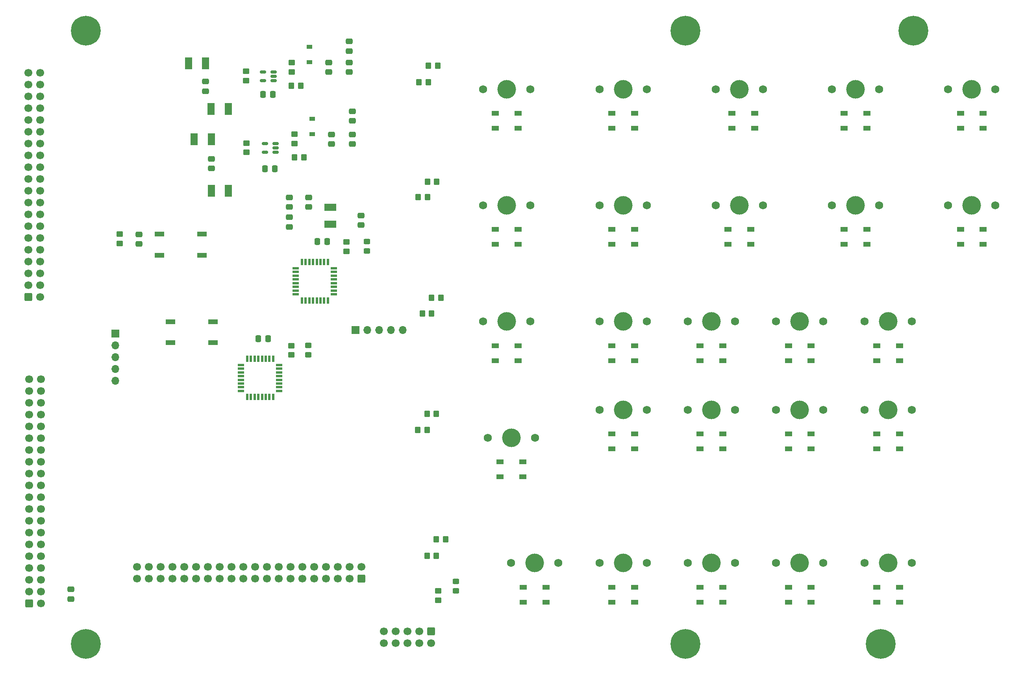
<source format=gbr>
%TF.GenerationSoftware,KiCad,Pcbnew,(6.0.0)*%
%TF.CreationDate,2023-05-12T18:24:35+02:00*%
%TF.ProjectId,Pot.butt_pcb,506f742e-6275-4747-945f-7063622e6b69,rev?*%
%TF.SameCoordinates,Original*%
%TF.FileFunction,Soldermask,Top*%
%TF.FilePolarity,Negative*%
%FSLAX46Y46*%
G04 Gerber Fmt 4.6, Leading zero omitted, Abs format (unit mm)*
G04 Created by KiCad (PCBNEW (6.0.0)) date 2023-05-12 18:24:35*
%MOMM*%
%LPD*%
G01*
G04 APERTURE LIST*
G04 Aperture macros list*
%AMRoundRect*
0 Rectangle with rounded corners*
0 $1 Rounding radius*
0 $2 $3 $4 $5 $6 $7 $8 $9 X,Y pos of 4 corners*
0 Add a 4 corners polygon primitive as box body*
4,1,4,$2,$3,$4,$5,$6,$7,$8,$9,$2,$3,0*
0 Add four circle primitives for the rounded corners*
1,1,$1+$1,$2,$3*
1,1,$1+$1,$4,$5*
1,1,$1+$1,$6,$7*
1,1,$1+$1,$8,$9*
0 Add four rect primitives between the rounded corners*
20,1,$1+$1,$2,$3,$4,$5,0*
20,1,$1+$1,$4,$5,$6,$7,0*
20,1,$1+$1,$6,$7,$8,$9,0*
20,1,$1+$1,$8,$9,$2,$3,0*%
G04 Aperture macros list end*
%ADD10C,4.000000*%
%ADD11C,1.750000*%
%ADD12R,1.500000X1.000000*%
%ADD13RoundRect,0.250000X-0.350000X-0.450000X0.350000X-0.450000X0.350000X0.450000X-0.350000X0.450000X0*%
%ADD14RoundRect,0.250000X0.450000X-0.350000X0.450000X0.350000X-0.450000X0.350000X-0.450000X-0.350000X0*%
%ADD15RoundRect,0.250000X-0.475000X0.337500X-0.475000X-0.337500X0.475000X-0.337500X0.475000X0.337500X0*%
%ADD16RoundRect,0.250000X0.475000X-0.337500X0.475000X0.337500X-0.475000X0.337500X-0.475000X-0.337500X0*%
%ADD17R,2.100000X1.100000*%
%ADD18RoundRect,0.250000X0.350000X0.450000X-0.350000X0.450000X-0.350000X-0.450000X0.350000X-0.450000X0*%
%ADD19R,2.500000X1.500000*%
%ADD20R,1.700000X1.700000*%
%ADD21O,1.700000X1.700000*%
%ADD22RoundRect,0.250000X-0.337500X-0.475000X0.337500X-0.475000X0.337500X0.475000X-0.337500X0.475000X0*%
%ADD23R,0.508000X1.473200*%
%ADD24R,1.473200X0.508000*%
%ADD25RoundRect,0.250000X-0.450000X0.350000X-0.450000X-0.350000X0.450000X-0.350000X0.450000X0.350000X0*%
%ADD26RoundRect,0.250000X0.337500X0.475000X-0.337500X0.475000X-0.337500X-0.475000X0.337500X-0.475000X0*%
%ADD27RoundRect,0.250000X-0.450000X0.325000X-0.450000X-0.325000X0.450000X-0.325000X0.450000X0.325000X0*%
%ADD28R,1.200000X0.900000*%
%ADD29RoundRect,0.250000X-0.600000X0.600000X-0.600000X-0.600000X0.600000X-0.600000X0.600000X0.600000X0*%
%ADD30C,1.700000*%
%ADD31C,0.800000*%
%ADD32C,6.400000*%
%ADD33RoundRect,0.150000X0.512500X0.150000X-0.512500X0.150000X-0.512500X-0.150000X0.512500X-0.150000X0*%
%ADD34R,1.500000X2.500000*%
%ADD35RoundRect,0.250000X0.600000X-0.600000X0.600000X0.600000X-0.600000X0.600000X-0.600000X-0.600000X0*%
%ADD36RoundRect,0.250000X-0.600000X-0.600000X0.600000X-0.600000X0.600000X0.600000X-0.600000X0.600000X0*%
G04 APERTURE END LIST*
D10*
%TO.C,SW14*%
X160570000Y-115570000D03*
D11*
X155490000Y-115570000D03*
X165650000Y-115570000D03*
%TD*%
D12*
%TO.C,D32*%
X187020000Y-48970000D03*
X187020000Y-45770000D03*
X182120000Y-45770000D03*
X182120000Y-48970000D03*
%TD*%
D10*
%TO.C,SW18*%
X184570000Y-90570000D03*
D11*
X189650000Y-90570000D03*
X179490000Y-90570000D03*
%TD*%
D13*
%TO.C,R16*%
X143400000Y-85475000D03*
X145400000Y-85475000D03*
%TD*%
D12*
%TO.C,D45*%
X158120000Y-120770000D03*
X158120000Y-123970000D03*
X163020000Y-123970000D03*
X163020000Y-120770000D03*
%TD*%
D11*
%TO.C,SW15*%
X170650000Y-142570000D03*
D10*
X165570000Y-142570000D03*
D11*
X160490000Y-142570000D03*
%TD*%
%TO.C,SW27*%
X239650000Y-65570000D03*
X229490000Y-65570000D03*
D10*
X234570000Y-65570000D03*
%TD*%
D12*
%TO.C,D48*%
X232120000Y-70770000D03*
X232120000Y-73970000D03*
X237020000Y-73970000D03*
X237020000Y-70770000D03*
%TD*%
D13*
%TO.C,R14*%
X142700000Y-35475000D03*
X144700000Y-35475000D03*
%TD*%
D12*
%TO.C,D43*%
X262020000Y-48970000D03*
X262020000Y-45770000D03*
X257120000Y-45770000D03*
X257120000Y-48970000D03*
%TD*%
D10*
%TO.C,SW17*%
X184570000Y-65570000D03*
D11*
X179490000Y-65570000D03*
X189650000Y-65570000D03*
%TD*%
D14*
%TO.C,R22*%
X103525000Y-38724999D03*
X103525000Y-36724999D03*
%TD*%
D11*
%TO.C,SW25*%
X208650000Y-142570000D03*
X198490000Y-142570000D03*
D10*
X203570000Y-142570000D03*
%TD*%
D12*
%TO.C,D42*%
X239120000Y-114770000D03*
X239120000Y-117970000D03*
X244020000Y-117970000D03*
X244020000Y-114770000D03*
%TD*%
D15*
%TO.C,C57*%
X121239341Y-34796353D03*
X121239341Y-36871353D03*
%TD*%
D11*
%TO.C,SW33*%
X246650000Y-90570000D03*
X236490000Y-90570000D03*
D10*
X241570000Y-90570000D03*
%TD*%
D11*
%TO.C,SW13*%
X164650000Y-90570000D03*
X154490000Y-90570000D03*
D10*
X159570000Y-90570000D03*
%TD*%
D14*
%TO.C,R20*%
X76320000Y-73780000D03*
X76320000Y-71780000D03*
%TD*%
D16*
%TO.C,C55*%
X94789341Y-40996353D03*
X94789341Y-38921353D03*
%TD*%
D17*
%TO.C,SW10*%
X84870000Y-71790000D03*
X93970000Y-71790000D03*
X84870000Y-76290000D03*
X93970000Y-76290000D03*
%TD*%
D18*
%TO.C,R11*%
X142400000Y-113950000D03*
X140400000Y-113950000D03*
%TD*%
D16*
%TO.C,C64*%
X112800000Y-65912502D03*
X112800000Y-63837502D03*
%TD*%
D19*
%TO.C,L5*%
X121575000Y-69650000D03*
X121575000Y-65950000D03*
%TD*%
D20*
%TO.C,J3*%
X127010000Y-92450000D03*
D21*
X129550000Y-92450000D03*
X132090000Y-92450000D03*
X134630000Y-92450000D03*
X137170000Y-92450000D03*
%TD*%
D22*
%TO.C,C53*%
X107151841Y-41658853D03*
X109226841Y-41658853D03*
%TD*%
D11*
%TO.C,SW24*%
X198490000Y-109570000D03*
X208650000Y-109570000D03*
D10*
X203570000Y-109570000D03*
%TD*%
D15*
%TO.C,C65*%
X112800000Y-68137500D03*
X112800000Y-70212500D03*
%TD*%
D16*
%TO.C,C62*%
X128225002Y-69812501D03*
X128225002Y-67737501D03*
%TD*%
D18*
%TO.C,R9*%
X142700000Y-39050000D03*
X140700000Y-39050000D03*
%TD*%
D10*
%TO.C,SW16*%
X184570000Y-40570000D03*
D11*
X189650000Y-40570000D03*
X179490000Y-40570000D03*
%TD*%
D12*
%TO.C,D38*%
X244020000Y-98970000D03*
X244020000Y-95770000D03*
X239120000Y-95770000D03*
X239120000Y-98970000D03*
%TD*%
%TO.C,D31*%
X206020000Y-150970000D03*
X206020000Y-147770000D03*
X201120000Y-147770000D03*
X201120000Y-150970000D03*
%TD*%
D23*
%TO.C,U2*%
X121089999Y-77795200D03*
X120290001Y-77795200D03*
X119490000Y-77795200D03*
X118689999Y-77795200D03*
X117890001Y-77795200D03*
X117090000Y-77795200D03*
X116290001Y-77795200D03*
X115490001Y-77795200D03*
D24*
X114175200Y-79110001D03*
X114175200Y-79909999D03*
X114175200Y-80710000D03*
X114175200Y-81510001D03*
X114175200Y-82309999D03*
X114175200Y-83110000D03*
X114175200Y-83909999D03*
X114175200Y-84709999D03*
D23*
X115490001Y-86024800D03*
X116289999Y-86024800D03*
X117090000Y-86024800D03*
X117890001Y-86024800D03*
X118689999Y-86024800D03*
X119490000Y-86024800D03*
X120289999Y-86024800D03*
X121089999Y-86024800D03*
D24*
X122404800Y-84709999D03*
X122404800Y-83910001D03*
X122404800Y-83110000D03*
X122404800Y-82309999D03*
X122404800Y-81510001D03*
X122404800Y-80710000D03*
X122404800Y-79910001D03*
X122404800Y-79110001D03*
%TD*%
D18*
%TO.C,R13*%
X142500000Y-63775000D03*
X140500000Y-63775000D03*
%TD*%
D25*
%TO.C,R25*%
X113289341Y-34833853D03*
X113289341Y-36833853D03*
%TD*%
D12*
%TO.C,D44*%
X207120000Y-70770000D03*
X207120000Y-73970000D03*
X212020000Y-73970000D03*
X212020000Y-70770000D03*
%TD*%
D26*
%TO.C,C2*%
X108207500Y-94250000D03*
X106132500Y-94250000D03*
%TD*%
D27*
%TO.C,D53*%
X116850000Y-95725000D03*
X116850000Y-97775000D03*
%TD*%
D11*
%TO.C,SW23*%
X198490000Y-90570000D03*
X208650000Y-90570000D03*
D10*
X203570000Y-90570000D03*
%TD*%
D28*
%TO.C,D52*%
X117114341Y-34783853D03*
X117114341Y-31483853D03*
%TD*%
D13*
%TO.C,R24*%
X113914341Y-55208853D03*
X115914341Y-55208853D03*
%TD*%
D29*
%TO.C,J1*%
X143250000Y-157300000D03*
D30*
X143250000Y-159840000D03*
X140710000Y-157300000D03*
X140710000Y-159840000D03*
X138170000Y-157300000D03*
X138170000Y-159840000D03*
X135630000Y-157300000D03*
X135630000Y-159840000D03*
X133090000Y-157300000D03*
X133090000Y-159840000D03*
%TD*%
D17*
%TO.C,SW1*%
X87270000Y-90600000D03*
X96370000Y-90600000D03*
X87270000Y-95100000D03*
X96370000Y-95100000D03*
%TD*%
D11*
%TO.C,SW32*%
X254490000Y-65570000D03*
X264650000Y-65570000D03*
D10*
X259570000Y-65570000D03*
%TD*%
D31*
%TO.C,H5*%
X196302944Y-158302944D03*
X198000000Y-162400000D03*
X195600000Y-160000000D03*
X196302944Y-161697056D03*
X199697056Y-161697056D03*
X200400000Y-160000000D03*
X199697056Y-158302944D03*
X198000000Y-157600000D03*
D32*
X198000000Y-160000000D03*
%TD*%
D14*
%TO.C,R1*%
X113190000Y-97780000D03*
X113190000Y-95780000D03*
%TD*%
D10*
%TO.C,SW20*%
X184570000Y-142570000D03*
D11*
X179490000Y-142570000D03*
X189650000Y-142570000D03*
%TD*%
D13*
%TO.C,R17*%
X142400000Y-110475000D03*
X144400000Y-110475000D03*
%TD*%
D15*
%TO.C,C16*%
X80490000Y-71792500D03*
X80490000Y-73867500D03*
%TD*%
D16*
%TO.C,C54*%
X96014341Y-57621353D03*
X96014341Y-55546353D03*
%TD*%
D31*
%TO.C,H2*%
X199697056Y-29697056D03*
X196302944Y-26302944D03*
X198000000Y-25600000D03*
X196302944Y-29697056D03*
X200400000Y-28000000D03*
D32*
X198000000Y-28000000D03*
D31*
X198000000Y-30400000D03*
X195600000Y-28000000D03*
X199697056Y-26302944D03*
%TD*%
D11*
%TO.C,SW29*%
X217490000Y-109570000D03*
X227650000Y-109570000D03*
D10*
X222570000Y-109570000D03*
%TD*%
D16*
%TO.C,C60*%
X126339341Y-47396353D03*
X126339341Y-45321353D03*
%TD*%
D23*
%TO.C,U1*%
X109319999Y-98605200D03*
X108520001Y-98605200D03*
X107720000Y-98605200D03*
X106919999Y-98605200D03*
X106120001Y-98605200D03*
X105320000Y-98605200D03*
X104520001Y-98605200D03*
X103720001Y-98605200D03*
D24*
X102405200Y-99920001D03*
X102405200Y-100719999D03*
X102405200Y-101520000D03*
X102405200Y-102320001D03*
X102405200Y-103119999D03*
X102405200Y-103920000D03*
X102405200Y-104719999D03*
X102405200Y-105519999D03*
D23*
X103720001Y-106834800D03*
X104519999Y-106834800D03*
X105320000Y-106834800D03*
X106120001Y-106834800D03*
X106919999Y-106834800D03*
X107720000Y-106834800D03*
X108519999Y-106834800D03*
X109319999Y-106834800D03*
D24*
X110634800Y-105519999D03*
X110634800Y-104720001D03*
X110634800Y-103920000D03*
X110634800Y-103119999D03*
X110634800Y-102320001D03*
X110634800Y-101520000D03*
X110634800Y-100720001D03*
X110634800Y-99920001D03*
%TD*%
D31*
%TO.C,H1*%
X70697056Y-26302944D03*
X70697056Y-29697056D03*
X71400000Y-28000000D03*
X69000000Y-30400000D03*
X66600000Y-28000000D03*
X67302944Y-29697056D03*
X67302944Y-26302944D03*
D32*
X69000000Y-28000000D03*
D31*
X69000000Y-25600000D03*
%TD*%
D12*
%TO.C,D36*%
X212850000Y-48970000D03*
X212850000Y-45770000D03*
X207950000Y-45770000D03*
X207950000Y-48970000D03*
%TD*%
%TO.C,D37*%
X157120000Y-70770000D03*
X157120000Y-73970000D03*
X162020000Y-73970000D03*
X162020000Y-70770000D03*
%TD*%
D18*
%TO.C,R10*%
X143400000Y-88875000D03*
X141400000Y-88875000D03*
%TD*%
D27*
%TO.C,D55*%
X129460000Y-73377500D03*
X129460000Y-75427500D03*
%TD*%
D13*
%TO.C,R26*%
X113264341Y-39808853D03*
X115264341Y-39808853D03*
%TD*%
D31*
%TO.C,H6*%
X69000000Y-162400000D03*
D32*
X69000000Y-160000000D03*
D31*
X70697056Y-158302944D03*
X71400000Y-160000000D03*
X69000000Y-157600000D03*
X70697056Y-161697056D03*
X67302944Y-161697056D03*
X67302944Y-158302944D03*
X66600000Y-160000000D03*
%TD*%
D11*
%TO.C,SW22*%
X204490000Y-65570000D03*
D10*
X209570000Y-65570000D03*
D11*
X214650000Y-65570000D03*
%TD*%
%TO.C,SW35*%
X246650000Y-142570000D03*
X236490000Y-142570000D03*
D10*
X241570000Y-142570000D03*
%TD*%
D12*
%TO.C,D49*%
X182120000Y-114770000D03*
X182120000Y-117970000D03*
X187020000Y-117970000D03*
X187020000Y-114770000D03*
%TD*%
%TO.C,D40*%
X237020000Y-48970000D03*
X237020000Y-45770000D03*
X232120000Y-45770000D03*
X232120000Y-48970000D03*
%TD*%
D13*
%TO.C,R18*%
X144400000Y-137475000D03*
X146400000Y-137475000D03*
%TD*%
D16*
%TO.C,C61*%
X125639341Y-32371353D03*
X125639341Y-30296353D03*
%TD*%
D12*
%TO.C,D50*%
X201120000Y-114770000D03*
X201120000Y-117970000D03*
X206020000Y-117970000D03*
X206020000Y-114770000D03*
%TD*%
D14*
%TO.C,R21*%
X103614341Y-54158853D03*
X103614341Y-52158853D03*
%TD*%
D32*
%TO.C,H4*%
X240000000Y-160000000D03*
D31*
X238302944Y-161697056D03*
X238302944Y-158302944D03*
X240000000Y-157600000D03*
X237600000Y-160000000D03*
X241697056Y-161697056D03*
X242400000Y-160000000D03*
X240000000Y-162400000D03*
X241697056Y-158302944D03*
%TD*%
D11*
%TO.C,SW26*%
X239650000Y-40570000D03*
X229490000Y-40570000D03*
D10*
X234570000Y-40570000D03*
%TD*%
D11*
%TO.C,SW11*%
X164650000Y-40570000D03*
D10*
X159570000Y-40570000D03*
D11*
X154490000Y-40570000D03*
%TD*%
D27*
%TO.C,D54*%
X148580000Y-146517500D03*
X148580000Y-148567500D03*
%TD*%
D33*
%TO.C,U4*%
X109437500Y-38725000D03*
X109437500Y-37775000D03*
X109437500Y-36825000D03*
X107162500Y-36825000D03*
X107162500Y-38725000D03*
%TD*%
D31*
%TO.C,H3*%
X244600000Y-28000000D03*
X248697056Y-26302944D03*
X245302944Y-26302944D03*
X247000000Y-30400000D03*
X245302944Y-29697056D03*
X247000000Y-25600000D03*
D32*
X247000000Y-28000000D03*
D31*
X249400000Y-28000000D03*
X248697056Y-29697056D03*
%TD*%
D20*
%TO.C,J2*%
X75380000Y-93200000D03*
D21*
X75380000Y-95740000D03*
X75380000Y-98280000D03*
X75380000Y-100820000D03*
X75380000Y-103360000D03*
%TD*%
D12*
%TO.C,D35*%
X187020000Y-150970000D03*
X187020000Y-147770000D03*
X182120000Y-147770000D03*
X182120000Y-150970000D03*
%TD*%
%TO.C,D28*%
X187020000Y-98970000D03*
X187020000Y-95770000D03*
X182120000Y-95770000D03*
X182120000Y-98970000D03*
%TD*%
%TO.C,D39*%
X168020000Y-150970000D03*
X168020000Y-147770000D03*
X163120000Y-147770000D03*
X163120000Y-150970000D03*
%TD*%
%TO.C,D30*%
X244020000Y-150970000D03*
X244020000Y-147770000D03*
X239120000Y-147770000D03*
X239120000Y-150970000D03*
%TD*%
D16*
%TO.C,C63*%
X116925000Y-65937500D03*
X116925000Y-63862500D03*
%TD*%
D33*
%TO.C,U3*%
X109851841Y-54133853D03*
X109851841Y-53183853D03*
X109851841Y-52233853D03*
X107576841Y-52233853D03*
X107576841Y-54133853D03*
%TD*%
D11*
%TO.C,SW28*%
X217490000Y-90570000D03*
D10*
X222570000Y-90570000D03*
D11*
X227650000Y-90570000D03*
%TD*%
D10*
%TO.C,SW34*%
X241570000Y-109570000D03*
D11*
X236490000Y-109570000D03*
X246650000Y-109570000D03*
%TD*%
D34*
%TO.C,L3*%
X96014341Y-51358853D03*
X92314341Y-51358853D03*
%TD*%
D11*
%TO.C,SW21*%
X214650000Y-40570000D03*
D10*
X209570000Y-40570000D03*
D11*
X204490000Y-40570000D03*
%TD*%
D12*
%TO.C,D34*%
X225020000Y-98970000D03*
X225020000Y-95770000D03*
X220120000Y-95770000D03*
X220120000Y-98970000D03*
%TD*%
D15*
%TO.C,C14*%
X65810000Y-148232500D03*
X65810000Y-150307500D03*
%TD*%
D12*
%TO.C,D29*%
X206020000Y-98970000D03*
X206020000Y-95770000D03*
X201120000Y-95770000D03*
X201120000Y-98970000D03*
%TD*%
%TO.C,D47*%
X257120000Y-70770000D03*
X257120000Y-73970000D03*
X262020000Y-73970000D03*
X262020000Y-70770000D03*
%TD*%
%TO.C,D33*%
X162020000Y-98970000D03*
X162020000Y-95770000D03*
X157120000Y-95770000D03*
X157120000Y-98970000D03*
%TD*%
D14*
%TO.C,R2*%
X144840000Y-150570000D03*
X144840000Y-148570000D03*
%TD*%
D34*
%TO.C,L2*%
X99639341Y-44858853D03*
X95939341Y-44858853D03*
%TD*%
D25*
%TO.C,R23*%
X113939341Y-50283853D03*
X113939341Y-52283853D03*
%TD*%
%TO.C,R3*%
X125120000Y-73440000D03*
X125120000Y-75440000D03*
%TD*%
D13*
%TO.C,R15*%
X142500000Y-60475000D03*
X144500000Y-60475000D03*
%TD*%
D15*
%TO.C,C58*%
X126339341Y-50296353D03*
X126339341Y-52371353D03*
%TD*%
D11*
%TO.C,SW30*%
X217490000Y-142570000D03*
D10*
X222570000Y-142570000D03*
D11*
X227650000Y-142570000D03*
%TD*%
D12*
%TO.C,D41*%
X182120000Y-70770000D03*
X182120000Y-73970000D03*
X187020000Y-73970000D03*
X187020000Y-70770000D03*
%TD*%
%TO.C,D46*%
X220120000Y-114770000D03*
X220120000Y-117970000D03*
X225020000Y-117970000D03*
X225020000Y-114770000D03*
%TD*%
%TO.C,D27*%
X162020000Y-48970000D03*
X162020000Y-45770000D03*
X157120000Y-45770000D03*
X157120000Y-48970000D03*
%TD*%
%TO.C,D26*%
X225020000Y-150970000D03*
X225020000Y-147770000D03*
X220120000Y-147770000D03*
X220120000Y-150970000D03*
%TD*%
D34*
%TO.C,L1*%
X99714341Y-62408853D03*
X96014341Y-62408853D03*
%TD*%
D22*
%TO.C,C52*%
X107576841Y-57658853D03*
X109651841Y-57658853D03*
%TD*%
D11*
%TO.C,SW19*%
X189650000Y-109570000D03*
X179490000Y-109570000D03*
D10*
X184570000Y-109570000D03*
%TD*%
D18*
%TO.C,R12*%
X144400000Y-141000000D03*
X142400000Y-141000000D03*
%TD*%
D15*
%TO.C,C56*%
X121889341Y-50296353D03*
X121889341Y-52371353D03*
%TD*%
D34*
%TO.C,L4*%
X94789341Y-34983853D03*
X91089341Y-34983853D03*
%TD*%
D26*
%TO.C,C17*%
X120927500Y-73350000D03*
X118852500Y-73350000D03*
%TD*%
D11*
%TO.C,SW31*%
X254490000Y-40570000D03*
X264650000Y-40570000D03*
D10*
X259570000Y-40570000D03*
%TD*%
D11*
%TO.C,SW12*%
X164650000Y-65570000D03*
D10*
X159570000Y-65570000D03*
D11*
X154490000Y-65570000D03*
%TD*%
D15*
%TO.C,C59*%
X125664341Y-34796353D03*
X125664341Y-36871353D03*
%TD*%
D28*
%TO.C,D51*%
X117739341Y-50283853D03*
X117739341Y-46983853D03*
%TD*%
D35*
%TO.C,J6*%
X128270000Y-145902500D03*
D30*
X128270000Y-143362500D03*
X125730000Y-145902500D03*
X125730000Y-143362500D03*
X123190000Y-145902500D03*
X123190000Y-143362500D03*
X120650000Y-145902500D03*
X120650000Y-143362500D03*
X118110000Y-145902500D03*
X118110000Y-143362500D03*
X115570000Y-145902500D03*
X115570000Y-143362500D03*
X113030000Y-145902500D03*
X113030000Y-143362500D03*
X110490000Y-145902500D03*
X110490000Y-143362500D03*
X107950000Y-145902500D03*
X107950000Y-143362500D03*
X105410000Y-145902500D03*
X105410000Y-143362500D03*
X102870000Y-145902500D03*
X102870000Y-143362500D03*
X100330000Y-145902500D03*
X100330000Y-143362500D03*
X97790000Y-145902500D03*
X97790000Y-143362500D03*
X95250000Y-145902500D03*
X95250000Y-143362500D03*
X92710000Y-145902500D03*
X92710000Y-143362500D03*
X90170000Y-145902500D03*
X90170000Y-143362500D03*
X87630000Y-145902500D03*
X87630000Y-143362500D03*
X85090000Y-145902500D03*
X85090000Y-143362500D03*
X82550000Y-145902500D03*
X82550000Y-143362500D03*
X80010000Y-145902500D03*
X80010000Y-143362500D03*
%TD*%
D36*
%TO.C,J4*%
X56667500Y-85300000D03*
D30*
X59207500Y-85300000D03*
X56667500Y-82760000D03*
X59207500Y-82760000D03*
X56667500Y-80220000D03*
X59207500Y-80220000D03*
X56667500Y-77680000D03*
X59207500Y-77680000D03*
X56667500Y-75140000D03*
X59207500Y-75140000D03*
X56667500Y-72600000D03*
X59207500Y-72600000D03*
X56667500Y-70060000D03*
X59207500Y-70060000D03*
X56667500Y-67520000D03*
X59207500Y-67520000D03*
X56667500Y-64980000D03*
X59207500Y-64980000D03*
X56667500Y-62440000D03*
X59207500Y-62440000D03*
X56667500Y-59900000D03*
X59207500Y-59900000D03*
X56667500Y-57360000D03*
X59207500Y-57360000D03*
X56667500Y-54820000D03*
X59207500Y-54820000D03*
X56667500Y-52280000D03*
X59207500Y-52280000D03*
X56667500Y-49740000D03*
X59207500Y-49740000D03*
X56667500Y-47200000D03*
X59207500Y-47200000D03*
X56667500Y-44660000D03*
X59207500Y-44660000D03*
X56667500Y-42120000D03*
X59207500Y-42120000D03*
X56667500Y-39580000D03*
X59207500Y-39580000D03*
X56667500Y-37040000D03*
X59207500Y-37040000D03*
%TD*%
D36*
%TO.C,J5*%
X56867500Y-151270000D03*
D30*
X59407500Y-151270000D03*
X56867500Y-148730000D03*
X59407500Y-148730000D03*
X56867500Y-146190000D03*
X59407500Y-146190000D03*
X56867500Y-143650000D03*
X59407500Y-143650000D03*
X56867500Y-141110000D03*
X59407500Y-141110000D03*
X56867500Y-138570000D03*
X59407500Y-138570000D03*
X56867500Y-136030000D03*
X59407500Y-136030000D03*
X56867500Y-133490000D03*
X59407500Y-133490000D03*
X56867500Y-130950000D03*
X59407500Y-130950000D03*
X56867500Y-128410000D03*
X59407500Y-128410000D03*
X56867500Y-125870000D03*
X59407500Y-125870000D03*
X56867500Y-123330000D03*
X59407500Y-123330000D03*
X56867500Y-120790000D03*
X59407500Y-120790000D03*
X56867500Y-118250000D03*
X59407500Y-118250000D03*
X56867500Y-115710000D03*
X59407500Y-115710000D03*
X56867500Y-113170000D03*
X59407500Y-113170000D03*
X56867500Y-110630000D03*
X59407500Y-110630000D03*
X56867500Y-108090000D03*
X59407500Y-108090000D03*
X56867500Y-105550000D03*
X59407500Y-105550000D03*
X56867500Y-103010000D03*
X59407500Y-103010000D03*
%TD*%
M02*

</source>
